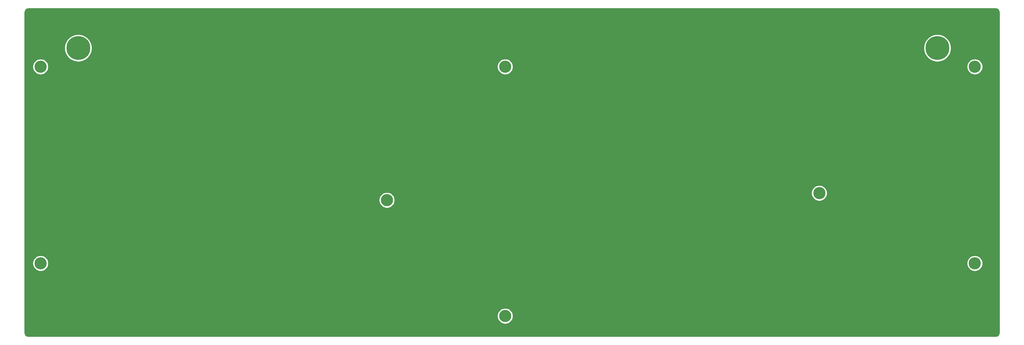
<source format=gtl>
%TF.GenerationSoftware,KiCad,Pcbnew,(5.1.10)-1*%
%TF.CreationDate,2022-02-04T14:23:07-06:00*%
%TF.ProjectId,PyKey87-bottom,50794b65-7938-4372-9d62-6f74746f6d2e,rev?*%
%TF.SameCoordinates,Original*%
%TF.FileFunction,Copper,L1,Top*%
%TF.FilePolarity,Positive*%
%FSLAX46Y46*%
G04 Gerber Fmt 4.6, Leading zero omitted, Abs format (unit mm)*
G04 Created by KiCad (PCBNEW (5.1.10)-1) date 2022-02-04 14:23:07*
%MOMM*%
%LPD*%
G01*
G04 APERTURE LIST*
%TA.AperFunction,ComponentPad*%
%ADD10C,4.400000*%
%TD*%
%TA.AperFunction,ComponentPad*%
%ADD11C,8.600000*%
%TD*%
%TA.AperFunction,NonConductor*%
%ADD12C,0.254000*%
%TD*%
%TA.AperFunction,NonConductor*%
%ADD13C,0.100000*%
%TD*%
G04 APERTURE END LIST*
D10*
X65405000Y-132875000D03*
X190365000Y-110015000D03*
X346375000Y-107475000D03*
X402495000Y-132875000D03*
X233045000Y-151925000D03*
X402495000Y-61755000D03*
X233045000Y-61755000D03*
X65405000Y-61755000D03*
D11*
X389000000Y-55000000D03*
X79000000Y-55000000D03*
D12*
X410254872Y-40712803D02*
X410500036Y-40786822D01*
X410726151Y-40907051D01*
X410924611Y-41068910D01*
X411087853Y-41266236D01*
X411209656Y-41491506D01*
X411285386Y-41736150D01*
X411315470Y-42022378D01*
X411315471Y-157966510D01*
X411287197Y-158254873D01*
X411213178Y-158500035D01*
X411092948Y-158726153D01*
X410931090Y-158924611D01*
X410733763Y-159087854D01*
X410508494Y-159209656D01*
X410263851Y-159285386D01*
X409977622Y-159315470D01*
X61033480Y-159315470D01*
X60745127Y-159287197D01*
X60499965Y-159213178D01*
X60273847Y-159092948D01*
X60075389Y-158931090D01*
X59912146Y-158733763D01*
X59790344Y-158508494D01*
X59714614Y-158263851D01*
X59684530Y-157977622D01*
X59684530Y-151645777D01*
X230210000Y-151645777D01*
X230210000Y-152204223D01*
X230318948Y-152751939D01*
X230532656Y-153267876D01*
X230842912Y-153732207D01*
X231237793Y-154127088D01*
X231702124Y-154437344D01*
X232218061Y-154651052D01*
X232765777Y-154760000D01*
X233324223Y-154760000D01*
X233871939Y-154651052D01*
X234387876Y-154437344D01*
X234852207Y-154127088D01*
X235247088Y-153732207D01*
X235557344Y-153267876D01*
X235771052Y-152751939D01*
X235880000Y-152204223D01*
X235880000Y-151645777D01*
X235771052Y-151098061D01*
X235557344Y-150582124D01*
X235247088Y-150117793D01*
X234852207Y-149722912D01*
X234387876Y-149412656D01*
X233871939Y-149198948D01*
X233324223Y-149090000D01*
X232765777Y-149090000D01*
X232218061Y-149198948D01*
X231702124Y-149412656D01*
X231237793Y-149722912D01*
X230842912Y-150117793D01*
X230532656Y-150582124D01*
X230318948Y-151098061D01*
X230210000Y-151645777D01*
X59684530Y-151645777D01*
X59684530Y-132595777D01*
X62570000Y-132595777D01*
X62570000Y-133154223D01*
X62678948Y-133701939D01*
X62892656Y-134217876D01*
X63202912Y-134682207D01*
X63597793Y-135077088D01*
X64062124Y-135387344D01*
X64578061Y-135601052D01*
X65125777Y-135710000D01*
X65684223Y-135710000D01*
X66231939Y-135601052D01*
X66747876Y-135387344D01*
X67212207Y-135077088D01*
X67607088Y-134682207D01*
X67917344Y-134217876D01*
X68131052Y-133701939D01*
X68240000Y-133154223D01*
X68240000Y-132595777D01*
X399660000Y-132595777D01*
X399660000Y-133154223D01*
X399768948Y-133701939D01*
X399982656Y-134217876D01*
X400292912Y-134682207D01*
X400687793Y-135077088D01*
X401152124Y-135387344D01*
X401668061Y-135601052D01*
X402215777Y-135710000D01*
X402774223Y-135710000D01*
X403321939Y-135601052D01*
X403837876Y-135387344D01*
X404302207Y-135077088D01*
X404697088Y-134682207D01*
X405007344Y-134217876D01*
X405221052Y-133701939D01*
X405330000Y-133154223D01*
X405330000Y-132595777D01*
X405221052Y-132048061D01*
X405007344Y-131532124D01*
X404697088Y-131067793D01*
X404302207Y-130672912D01*
X403837876Y-130362656D01*
X403321939Y-130148948D01*
X402774223Y-130040000D01*
X402215777Y-130040000D01*
X401668061Y-130148948D01*
X401152124Y-130362656D01*
X400687793Y-130672912D01*
X400292912Y-131067793D01*
X399982656Y-131532124D01*
X399768948Y-132048061D01*
X399660000Y-132595777D01*
X68240000Y-132595777D01*
X68131052Y-132048061D01*
X67917344Y-131532124D01*
X67607088Y-131067793D01*
X67212207Y-130672912D01*
X66747876Y-130362656D01*
X66231939Y-130148948D01*
X65684223Y-130040000D01*
X65125777Y-130040000D01*
X64578061Y-130148948D01*
X64062124Y-130362656D01*
X63597793Y-130672912D01*
X63202912Y-131067793D01*
X62892656Y-131532124D01*
X62678948Y-132048061D01*
X62570000Y-132595777D01*
X59684530Y-132595777D01*
X59684530Y-109735777D01*
X187530000Y-109735777D01*
X187530000Y-110294223D01*
X187638948Y-110841939D01*
X187852656Y-111357876D01*
X188162912Y-111822207D01*
X188557793Y-112217088D01*
X189022124Y-112527344D01*
X189538061Y-112741052D01*
X190085777Y-112850000D01*
X190644223Y-112850000D01*
X191191939Y-112741052D01*
X191707876Y-112527344D01*
X192172207Y-112217088D01*
X192567088Y-111822207D01*
X192877344Y-111357876D01*
X193091052Y-110841939D01*
X193200000Y-110294223D01*
X193200000Y-109735777D01*
X193091052Y-109188061D01*
X192877344Y-108672124D01*
X192567088Y-108207793D01*
X192172207Y-107812912D01*
X191707876Y-107502656D01*
X191191939Y-107288948D01*
X190723539Y-107195777D01*
X343540000Y-107195777D01*
X343540000Y-107754223D01*
X343648948Y-108301939D01*
X343862656Y-108817876D01*
X344172912Y-109282207D01*
X344567793Y-109677088D01*
X345032124Y-109987344D01*
X345548061Y-110201052D01*
X346095777Y-110310000D01*
X346654223Y-110310000D01*
X347201939Y-110201052D01*
X347717876Y-109987344D01*
X348182207Y-109677088D01*
X348577088Y-109282207D01*
X348887344Y-108817876D01*
X349101052Y-108301939D01*
X349210000Y-107754223D01*
X349210000Y-107195777D01*
X349101052Y-106648061D01*
X348887344Y-106132124D01*
X348577088Y-105667793D01*
X348182207Y-105272912D01*
X347717876Y-104962656D01*
X347201939Y-104748948D01*
X346654223Y-104640000D01*
X346095777Y-104640000D01*
X345548061Y-104748948D01*
X345032124Y-104962656D01*
X344567793Y-105272912D01*
X344172912Y-105667793D01*
X343862656Y-106132124D01*
X343648948Y-106648061D01*
X343540000Y-107195777D01*
X190723539Y-107195777D01*
X190644223Y-107180000D01*
X190085777Y-107180000D01*
X189538061Y-107288948D01*
X189022124Y-107502656D01*
X188557793Y-107812912D01*
X188162912Y-108207793D01*
X187852656Y-108672124D01*
X187638948Y-109188061D01*
X187530000Y-109735777D01*
X59684530Y-109735777D01*
X59684530Y-61475777D01*
X62570000Y-61475777D01*
X62570000Y-62034223D01*
X62678948Y-62581939D01*
X62892656Y-63097876D01*
X63202912Y-63562207D01*
X63597793Y-63957088D01*
X64062124Y-64267344D01*
X64578061Y-64481052D01*
X65125777Y-64590000D01*
X65684223Y-64590000D01*
X66231939Y-64481052D01*
X66747876Y-64267344D01*
X67212207Y-63957088D01*
X67607088Y-63562207D01*
X67917344Y-63097876D01*
X68131052Y-62581939D01*
X68240000Y-62034223D01*
X68240000Y-61475777D01*
X230210000Y-61475777D01*
X230210000Y-62034223D01*
X230318948Y-62581939D01*
X230532656Y-63097876D01*
X230842912Y-63562207D01*
X231237793Y-63957088D01*
X231702124Y-64267344D01*
X232218061Y-64481052D01*
X232765777Y-64590000D01*
X233324223Y-64590000D01*
X233871939Y-64481052D01*
X234387876Y-64267344D01*
X234852207Y-63957088D01*
X235247088Y-63562207D01*
X235557344Y-63097876D01*
X235771052Y-62581939D01*
X235880000Y-62034223D01*
X235880000Y-61475777D01*
X399660000Y-61475777D01*
X399660000Y-62034223D01*
X399768948Y-62581939D01*
X399982656Y-63097876D01*
X400292912Y-63562207D01*
X400687793Y-63957088D01*
X401152124Y-64267344D01*
X401668061Y-64481052D01*
X402215777Y-64590000D01*
X402774223Y-64590000D01*
X403321939Y-64481052D01*
X403837876Y-64267344D01*
X404302207Y-63957088D01*
X404697088Y-63562207D01*
X405007344Y-63097876D01*
X405221052Y-62581939D01*
X405330000Y-62034223D01*
X405330000Y-61475777D01*
X405221052Y-60928061D01*
X405007344Y-60412124D01*
X404697088Y-59947793D01*
X404302207Y-59552912D01*
X403837876Y-59242656D01*
X403321939Y-59028948D01*
X402774223Y-58920000D01*
X402215777Y-58920000D01*
X401668061Y-59028948D01*
X401152124Y-59242656D01*
X400687793Y-59552912D01*
X400292912Y-59947793D01*
X399982656Y-60412124D01*
X399768948Y-60928061D01*
X399660000Y-61475777D01*
X235880000Y-61475777D01*
X235771052Y-60928061D01*
X235557344Y-60412124D01*
X235247088Y-59947793D01*
X234852207Y-59552912D01*
X234387876Y-59242656D01*
X233871939Y-59028948D01*
X233324223Y-58920000D01*
X232765777Y-58920000D01*
X232218061Y-59028948D01*
X231702124Y-59242656D01*
X231237793Y-59552912D01*
X230842912Y-59947793D01*
X230532656Y-60412124D01*
X230318948Y-60928061D01*
X230210000Y-61475777D01*
X68240000Y-61475777D01*
X68131052Y-60928061D01*
X67917344Y-60412124D01*
X67607088Y-59947793D01*
X67212207Y-59552912D01*
X66747876Y-59242656D01*
X66231939Y-59028948D01*
X65684223Y-58920000D01*
X65125777Y-58920000D01*
X64578061Y-59028948D01*
X64062124Y-59242656D01*
X63597793Y-59552912D01*
X63202912Y-59947793D01*
X62892656Y-60412124D01*
X62678948Y-60928061D01*
X62570000Y-61475777D01*
X59684530Y-61475777D01*
X59684530Y-54513945D01*
X74065000Y-54513945D01*
X74065000Y-55486055D01*
X74254650Y-56439486D01*
X74626660Y-57337599D01*
X75166735Y-58145879D01*
X75854121Y-58833265D01*
X76662401Y-59373340D01*
X77560514Y-59745350D01*
X78513945Y-59935000D01*
X79486055Y-59935000D01*
X80439486Y-59745350D01*
X81337599Y-59373340D01*
X82145879Y-58833265D01*
X82833265Y-58145879D01*
X83373340Y-57337599D01*
X83745350Y-56439486D01*
X83935000Y-55486055D01*
X83935000Y-54513945D01*
X384065000Y-54513945D01*
X384065000Y-55486055D01*
X384254650Y-56439486D01*
X384626660Y-57337599D01*
X385166735Y-58145879D01*
X385854121Y-58833265D01*
X386662401Y-59373340D01*
X387560514Y-59745350D01*
X388513945Y-59935000D01*
X389486055Y-59935000D01*
X390439486Y-59745350D01*
X391337599Y-59373340D01*
X392145879Y-58833265D01*
X392833265Y-58145879D01*
X393373340Y-57337599D01*
X393745350Y-56439486D01*
X393935000Y-55486055D01*
X393935000Y-54513945D01*
X393745350Y-53560514D01*
X393373340Y-52662401D01*
X392833265Y-51854121D01*
X392145879Y-51166735D01*
X391337599Y-50626660D01*
X390439486Y-50254650D01*
X389486055Y-50065000D01*
X388513945Y-50065000D01*
X387560514Y-50254650D01*
X386662401Y-50626660D01*
X385854121Y-51166735D01*
X385166735Y-51854121D01*
X384626660Y-52662401D01*
X384254650Y-53560514D01*
X384065000Y-54513945D01*
X83935000Y-54513945D01*
X83745350Y-53560514D01*
X83373340Y-52662401D01*
X82833265Y-51854121D01*
X82145879Y-51166735D01*
X81337599Y-50626660D01*
X80439486Y-50254650D01*
X79486055Y-50065000D01*
X78513945Y-50065000D01*
X77560514Y-50254650D01*
X76662401Y-50626660D01*
X75854121Y-51166735D01*
X75166735Y-51854121D01*
X74626660Y-52662401D01*
X74254650Y-53560514D01*
X74065000Y-54513945D01*
X59684530Y-54513945D01*
X59684530Y-42033480D01*
X59712803Y-41745128D01*
X59786822Y-41499964D01*
X59907051Y-41273849D01*
X60068910Y-41075389D01*
X60266236Y-40912147D01*
X60491506Y-40790344D01*
X60736150Y-40714614D01*
X61022378Y-40684530D01*
X409966520Y-40684530D01*
X410254872Y-40712803D01*
%TA.AperFunction,NonConductor*%
D13*
G36*
X410254872Y-40712803D02*
G01*
X410500036Y-40786822D01*
X410726151Y-40907051D01*
X410924611Y-41068910D01*
X411087853Y-41266236D01*
X411209656Y-41491506D01*
X411285386Y-41736150D01*
X411315470Y-42022378D01*
X411315471Y-157966510D01*
X411287197Y-158254873D01*
X411213178Y-158500035D01*
X411092948Y-158726153D01*
X410931090Y-158924611D01*
X410733763Y-159087854D01*
X410508494Y-159209656D01*
X410263851Y-159285386D01*
X409977622Y-159315470D01*
X61033480Y-159315470D01*
X60745127Y-159287197D01*
X60499965Y-159213178D01*
X60273847Y-159092948D01*
X60075389Y-158931090D01*
X59912146Y-158733763D01*
X59790344Y-158508494D01*
X59714614Y-158263851D01*
X59684530Y-157977622D01*
X59684530Y-151645777D01*
X230210000Y-151645777D01*
X230210000Y-152204223D01*
X230318948Y-152751939D01*
X230532656Y-153267876D01*
X230842912Y-153732207D01*
X231237793Y-154127088D01*
X231702124Y-154437344D01*
X232218061Y-154651052D01*
X232765777Y-154760000D01*
X233324223Y-154760000D01*
X233871939Y-154651052D01*
X234387876Y-154437344D01*
X234852207Y-154127088D01*
X235247088Y-153732207D01*
X235557344Y-153267876D01*
X235771052Y-152751939D01*
X235880000Y-152204223D01*
X235880000Y-151645777D01*
X235771052Y-151098061D01*
X235557344Y-150582124D01*
X235247088Y-150117793D01*
X234852207Y-149722912D01*
X234387876Y-149412656D01*
X233871939Y-149198948D01*
X233324223Y-149090000D01*
X232765777Y-149090000D01*
X232218061Y-149198948D01*
X231702124Y-149412656D01*
X231237793Y-149722912D01*
X230842912Y-150117793D01*
X230532656Y-150582124D01*
X230318948Y-151098061D01*
X230210000Y-151645777D01*
X59684530Y-151645777D01*
X59684530Y-132595777D01*
X62570000Y-132595777D01*
X62570000Y-133154223D01*
X62678948Y-133701939D01*
X62892656Y-134217876D01*
X63202912Y-134682207D01*
X63597793Y-135077088D01*
X64062124Y-135387344D01*
X64578061Y-135601052D01*
X65125777Y-135710000D01*
X65684223Y-135710000D01*
X66231939Y-135601052D01*
X66747876Y-135387344D01*
X67212207Y-135077088D01*
X67607088Y-134682207D01*
X67917344Y-134217876D01*
X68131052Y-133701939D01*
X68240000Y-133154223D01*
X68240000Y-132595777D01*
X399660000Y-132595777D01*
X399660000Y-133154223D01*
X399768948Y-133701939D01*
X399982656Y-134217876D01*
X400292912Y-134682207D01*
X400687793Y-135077088D01*
X401152124Y-135387344D01*
X401668061Y-135601052D01*
X402215777Y-135710000D01*
X402774223Y-135710000D01*
X403321939Y-135601052D01*
X403837876Y-135387344D01*
X404302207Y-135077088D01*
X404697088Y-134682207D01*
X405007344Y-134217876D01*
X405221052Y-133701939D01*
X405330000Y-133154223D01*
X405330000Y-132595777D01*
X405221052Y-132048061D01*
X405007344Y-131532124D01*
X404697088Y-131067793D01*
X404302207Y-130672912D01*
X403837876Y-130362656D01*
X403321939Y-130148948D01*
X402774223Y-130040000D01*
X402215777Y-130040000D01*
X401668061Y-130148948D01*
X401152124Y-130362656D01*
X400687793Y-130672912D01*
X400292912Y-131067793D01*
X399982656Y-131532124D01*
X399768948Y-132048061D01*
X399660000Y-132595777D01*
X68240000Y-132595777D01*
X68131052Y-132048061D01*
X67917344Y-131532124D01*
X67607088Y-131067793D01*
X67212207Y-130672912D01*
X66747876Y-130362656D01*
X66231939Y-130148948D01*
X65684223Y-130040000D01*
X65125777Y-130040000D01*
X64578061Y-130148948D01*
X64062124Y-130362656D01*
X63597793Y-130672912D01*
X63202912Y-131067793D01*
X62892656Y-131532124D01*
X62678948Y-132048061D01*
X62570000Y-132595777D01*
X59684530Y-132595777D01*
X59684530Y-109735777D01*
X187530000Y-109735777D01*
X187530000Y-110294223D01*
X187638948Y-110841939D01*
X187852656Y-111357876D01*
X188162912Y-111822207D01*
X188557793Y-112217088D01*
X189022124Y-112527344D01*
X189538061Y-112741052D01*
X190085777Y-112850000D01*
X190644223Y-112850000D01*
X191191939Y-112741052D01*
X191707876Y-112527344D01*
X192172207Y-112217088D01*
X192567088Y-111822207D01*
X192877344Y-111357876D01*
X193091052Y-110841939D01*
X193200000Y-110294223D01*
X193200000Y-109735777D01*
X193091052Y-109188061D01*
X192877344Y-108672124D01*
X192567088Y-108207793D01*
X192172207Y-107812912D01*
X191707876Y-107502656D01*
X191191939Y-107288948D01*
X190723539Y-107195777D01*
X343540000Y-107195777D01*
X343540000Y-107754223D01*
X343648948Y-108301939D01*
X343862656Y-108817876D01*
X344172912Y-109282207D01*
X344567793Y-109677088D01*
X345032124Y-109987344D01*
X345548061Y-110201052D01*
X346095777Y-110310000D01*
X346654223Y-110310000D01*
X347201939Y-110201052D01*
X347717876Y-109987344D01*
X348182207Y-109677088D01*
X348577088Y-109282207D01*
X348887344Y-108817876D01*
X349101052Y-108301939D01*
X349210000Y-107754223D01*
X349210000Y-107195777D01*
X349101052Y-106648061D01*
X348887344Y-106132124D01*
X348577088Y-105667793D01*
X348182207Y-105272912D01*
X347717876Y-104962656D01*
X347201939Y-104748948D01*
X346654223Y-104640000D01*
X346095777Y-104640000D01*
X345548061Y-104748948D01*
X345032124Y-104962656D01*
X344567793Y-105272912D01*
X344172912Y-105667793D01*
X343862656Y-106132124D01*
X343648948Y-106648061D01*
X343540000Y-107195777D01*
X190723539Y-107195777D01*
X190644223Y-107180000D01*
X190085777Y-107180000D01*
X189538061Y-107288948D01*
X189022124Y-107502656D01*
X188557793Y-107812912D01*
X188162912Y-108207793D01*
X187852656Y-108672124D01*
X187638948Y-109188061D01*
X187530000Y-109735777D01*
X59684530Y-109735777D01*
X59684530Y-61475777D01*
X62570000Y-61475777D01*
X62570000Y-62034223D01*
X62678948Y-62581939D01*
X62892656Y-63097876D01*
X63202912Y-63562207D01*
X63597793Y-63957088D01*
X64062124Y-64267344D01*
X64578061Y-64481052D01*
X65125777Y-64590000D01*
X65684223Y-64590000D01*
X66231939Y-64481052D01*
X66747876Y-64267344D01*
X67212207Y-63957088D01*
X67607088Y-63562207D01*
X67917344Y-63097876D01*
X68131052Y-62581939D01*
X68240000Y-62034223D01*
X68240000Y-61475777D01*
X230210000Y-61475777D01*
X230210000Y-62034223D01*
X230318948Y-62581939D01*
X230532656Y-63097876D01*
X230842912Y-63562207D01*
X231237793Y-63957088D01*
X231702124Y-64267344D01*
X232218061Y-64481052D01*
X232765777Y-64590000D01*
X233324223Y-64590000D01*
X233871939Y-64481052D01*
X234387876Y-64267344D01*
X234852207Y-63957088D01*
X235247088Y-63562207D01*
X235557344Y-63097876D01*
X235771052Y-62581939D01*
X235880000Y-62034223D01*
X235880000Y-61475777D01*
X399660000Y-61475777D01*
X399660000Y-62034223D01*
X399768948Y-62581939D01*
X399982656Y-63097876D01*
X400292912Y-63562207D01*
X400687793Y-63957088D01*
X401152124Y-64267344D01*
X401668061Y-64481052D01*
X402215777Y-64590000D01*
X402774223Y-64590000D01*
X403321939Y-64481052D01*
X403837876Y-64267344D01*
X404302207Y-63957088D01*
X404697088Y-63562207D01*
X405007344Y-63097876D01*
X405221052Y-62581939D01*
X405330000Y-62034223D01*
X405330000Y-61475777D01*
X405221052Y-60928061D01*
X405007344Y-60412124D01*
X404697088Y-59947793D01*
X404302207Y-59552912D01*
X403837876Y-59242656D01*
X403321939Y-59028948D01*
X402774223Y-58920000D01*
X402215777Y-58920000D01*
X401668061Y-59028948D01*
X401152124Y-59242656D01*
X400687793Y-59552912D01*
X400292912Y-59947793D01*
X399982656Y-60412124D01*
X399768948Y-60928061D01*
X399660000Y-61475777D01*
X235880000Y-61475777D01*
X235771052Y-60928061D01*
X235557344Y-60412124D01*
X235247088Y-59947793D01*
X234852207Y-59552912D01*
X234387876Y-59242656D01*
X233871939Y-59028948D01*
X233324223Y-58920000D01*
X232765777Y-58920000D01*
X232218061Y-59028948D01*
X231702124Y-59242656D01*
X231237793Y-59552912D01*
X230842912Y-59947793D01*
X230532656Y-60412124D01*
X230318948Y-60928061D01*
X230210000Y-61475777D01*
X68240000Y-61475777D01*
X68131052Y-60928061D01*
X67917344Y-60412124D01*
X67607088Y-59947793D01*
X67212207Y-59552912D01*
X66747876Y-59242656D01*
X66231939Y-59028948D01*
X65684223Y-58920000D01*
X65125777Y-58920000D01*
X64578061Y-59028948D01*
X64062124Y-59242656D01*
X63597793Y-59552912D01*
X63202912Y-59947793D01*
X62892656Y-60412124D01*
X62678948Y-60928061D01*
X62570000Y-61475777D01*
X59684530Y-61475777D01*
X59684530Y-54513945D01*
X74065000Y-54513945D01*
X74065000Y-55486055D01*
X74254650Y-56439486D01*
X74626660Y-57337599D01*
X75166735Y-58145879D01*
X75854121Y-58833265D01*
X76662401Y-59373340D01*
X77560514Y-59745350D01*
X78513945Y-59935000D01*
X79486055Y-59935000D01*
X80439486Y-59745350D01*
X81337599Y-59373340D01*
X82145879Y-58833265D01*
X82833265Y-58145879D01*
X83373340Y-57337599D01*
X83745350Y-56439486D01*
X83935000Y-55486055D01*
X83935000Y-54513945D01*
X384065000Y-54513945D01*
X384065000Y-55486055D01*
X384254650Y-56439486D01*
X384626660Y-57337599D01*
X385166735Y-58145879D01*
X385854121Y-58833265D01*
X386662401Y-59373340D01*
X387560514Y-59745350D01*
X388513945Y-59935000D01*
X389486055Y-59935000D01*
X390439486Y-59745350D01*
X391337599Y-59373340D01*
X392145879Y-58833265D01*
X392833265Y-58145879D01*
X393373340Y-57337599D01*
X393745350Y-56439486D01*
X393935000Y-55486055D01*
X393935000Y-54513945D01*
X393745350Y-53560514D01*
X393373340Y-52662401D01*
X392833265Y-51854121D01*
X392145879Y-51166735D01*
X391337599Y-50626660D01*
X390439486Y-50254650D01*
X389486055Y-50065000D01*
X388513945Y-50065000D01*
X387560514Y-50254650D01*
X386662401Y-50626660D01*
X385854121Y-51166735D01*
X385166735Y-51854121D01*
X384626660Y-52662401D01*
X384254650Y-53560514D01*
X384065000Y-54513945D01*
X83935000Y-54513945D01*
X83745350Y-53560514D01*
X83373340Y-52662401D01*
X82833265Y-51854121D01*
X82145879Y-51166735D01*
X81337599Y-50626660D01*
X80439486Y-50254650D01*
X79486055Y-50065000D01*
X78513945Y-50065000D01*
X77560514Y-50254650D01*
X76662401Y-50626660D01*
X75854121Y-51166735D01*
X75166735Y-51854121D01*
X74626660Y-52662401D01*
X74254650Y-53560514D01*
X74065000Y-54513945D01*
X59684530Y-54513945D01*
X59684530Y-42033480D01*
X59712803Y-41745128D01*
X59786822Y-41499964D01*
X59907051Y-41273849D01*
X60068910Y-41075389D01*
X60266236Y-40912147D01*
X60491506Y-40790344D01*
X60736150Y-40714614D01*
X61022378Y-40684530D01*
X409966520Y-40684530D01*
X410254872Y-40712803D01*
G37*
%TD.AperFunction*%
M02*

</source>
